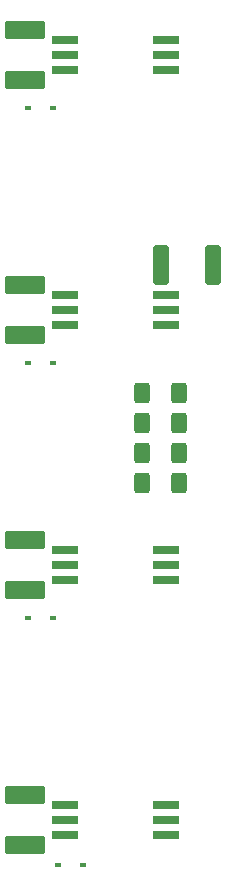
<source format=gbr>
%TF.GenerationSoftware,KiCad,Pcbnew,7.0.5+dfsg-2*%
%TF.CreationDate,2023-06-30T15:01:52+02:00*%
%TF.ProjectId,squeow_mod,73717565-6f77-45f6-9d6f-642e6b696361,rev?*%
%TF.SameCoordinates,PX2cce564PYfbec30*%
%TF.FileFunction,Paste,Top*%
%TF.FilePolarity,Positive*%
%FSLAX46Y46*%
G04 Gerber Fmt 4.6, Leading zero omitted, Abs format (unit mm)*
G04 Created by KiCad (PCBNEW 7.0.5+dfsg-2) date 2023-06-30 15:01:52*
%MOMM*%
%LPD*%
G01*
G04 APERTURE LIST*
G04 Aperture macros list*
%AMRoundRect*
0 Rectangle with rounded corners*
0 $1 Rounding radius*
0 $2 $3 $4 $5 $6 $7 $8 $9 X,Y pos of 4 corners*
0 Add a 4 corners polygon primitive as box body*
4,1,4,$2,$3,$4,$5,$6,$7,$8,$9,$2,$3,0*
0 Add four circle primitives for the rounded corners*
1,1,$1+$1,$2,$3*
1,1,$1+$1,$4,$5*
1,1,$1+$1,$6,$7*
1,1,$1+$1,$8,$9*
0 Add four rect primitives between the rounded corners*
20,1,$1+$1,$2,$3,$4,$5,0*
20,1,$1+$1,$4,$5,$6,$7,0*
20,1,$1+$1,$6,$7,$8,$9,0*
20,1,$1+$1,$8,$9,$2,$3,0*%
G04 Aperture macros list end*
%ADD10R,2.160000X0.640000*%
%ADD11RoundRect,0.250000X-0.400000X-0.625000X0.400000X-0.625000X0.400000X0.625000X-0.400000X0.625000X0*%
%ADD12RoundRect,0.250000X1.450000X-0.537500X1.450000X0.537500X-1.450000X0.537500X-1.450000X-0.537500X0*%
%ADD13R,0.600000X0.450000*%
%ADD14RoundRect,0.250000X-0.400000X-1.450000X0.400000X-1.450000X0.400000X1.450000X-0.400000X1.450000X0*%
G04 APERTURE END LIST*
D10*
%TO.C,U3*%
X10977500Y-30480000D03*
X10977500Y-29210000D03*
X10977500Y-27940000D03*
X19517500Y-27940000D03*
X19517500Y-29210000D03*
X19517500Y-30480000D03*
%TD*%
D11*
%TO.C,R3*%
X20607500Y-38735000D03*
X17507500Y-38735000D03*
%TD*%
D12*
%TO.C,C2*%
X7627500Y-48662500D03*
X7627500Y-52937500D03*
%TD*%
%TO.C,C4*%
X7627500Y-5482500D03*
X7627500Y-9757500D03*
%TD*%
D13*
%TO.C,D6*%
X9947500Y-33655000D03*
X7847500Y-33655000D03*
%TD*%
%TO.C,D7*%
X9947500Y-12065000D03*
X7847500Y-12065000D03*
%TD*%
D12*
%TO.C,C3*%
X7627500Y-27072500D03*
X7627500Y-31347500D03*
%TD*%
%TO.C,C1*%
X7627500Y-70252500D03*
X7627500Y-74527500D03*
%TD*%
D10*
%TO.C,U4*%
X10977500Y-8890000D03*
X10977500Y-7620000D03*
X10977500Y-6350000D03*
X19517500Y-6350000D03*
X19517500Y-7620000D03*
X19517500Y-8890000D03*
%TD*%
D11*
%TO.C,R4*%
X20607500Y-36195000D03*
X17507500Y-36195000D03*
%TD*%
D10*
%TO.C,U1*%
X10977500Y-73660000D03*
X10977500Y-72390000D03*
X10977500Y-71120000D03*
X19517500Y-71120000D03*
X19517500Y-72390000D03*
X19517500Y-73660000D03*
%TD*%
D13*
%TO.C,D4*%
X12487500Y-76200000D03*
X10387500Y-76200000D03*
%TD*%
D11*
%TO.C,R1*%
X20607500Y-43815000D03*
X17507500Y-43815000D03*
%TD*%
D13*
%TO.C,D5*%
X9947500Y-55245000D03*
X7847500Y-55245000D03*
%TD*%
D11*
%TO.C,R2*%
X20607500Y-41275000D03*
X17507500Y-41275000D03*
%TD*%
D14*
%TO.C,R5*%
X23542500Y-25400000D03*
X19092500Y-25400000D03*
%TD*%
D10*
%TO.C,U2*%
X10977500Y-52070000D03*
X10977500Y-50800000D03*
X10977500Y-49530000D03*
X19517500Y-49530000D03*
X19517500Y-50800000D03*
X19517500Y-52070000D03*
%TD*%
M02*

</source>
